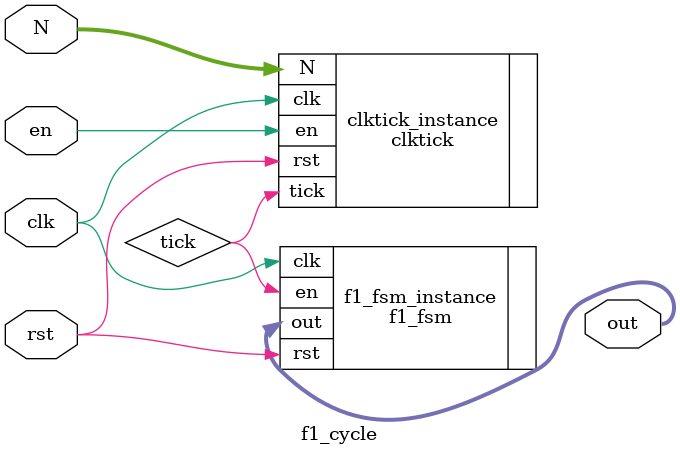
<source format=sv>
module f1_cycle #(
    parameter WIDTH = 16
)(
    input logic         clk,
    input logic         rst,
    input logic         en,
    input logic [WIDTH-1:0] N,
    output logic [7:0]   out
);

logic tick;

clktick clktick_instance(
    .clk(clk),
    .en(en),
    .rst(rst),
    .N(N),
    .tick(tick)
);

f1_fsm f1_fsm_instance(
    .clk(clk),
    .rst(rst),
    .en(tick),
    .out(out)
);

endmodule

</source>
